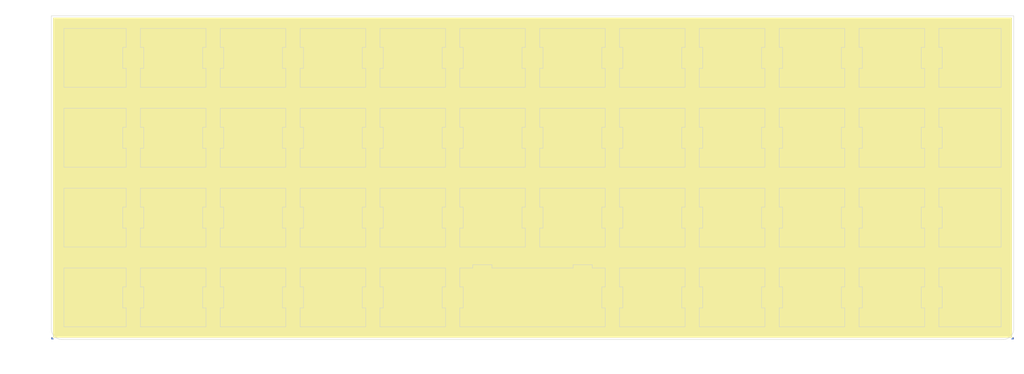
<source format=kicad_pcb>
(kicad_pcb (version 20171130) (host pcbnew "(5.0.1)-3")
  (layers (0 F.Cu signal) (31 B.Cu signal) (34 B.Paste user) (35 F.Paste user) (36 B.SilkS user) (37 F.SilkS user hide) (38 B.Mask user) (39 F.Mask user) (44 Edge.Cuts user))
  (net 0 "")
  (gr_poly (pts (xy 50 50) (xy 278 50) (xy 278 126) (xy 50 126)) (layer F.SilkS) (width 0.15))
  (gr_line (start 154.348 109.5) (end 173.652 109.5) (layer Edge.Cuts) (width 0.1))
  (gr_line (start 49.5 49.5) (end 278.5 49.5) (layer Edge.Cuts) (width 0.1))
  (gr_arc (start 52 124) (end 49.5 124) (angle -90) (layer Edge.Cuts) (width 0.1))
  (gr_line (start 49.5 49.5) (end 49.5 124) (layer Edge.Cuts) (width 0.1))
  (gr_line (start 278.5 49.5) (end 278.5 124) (layer Edge.Cuts) (width 0.1))
  (gr_line (start 149.776 108.7276) (end 154.348 108.7276) (layer Edge.Cuts) (width 0.1))
  (gr_line (start 146.7 123.5) (end 181.3 123.5) (layer Edge.Cuts) (width 0.1))
  (gr_arc (start 276 124) (end 276 126.5) (angle -90) (layer Edge.Cuts) (width 0.1))
  (gr_line (start 260.7 119) (end 260.7 123.5) (layer Edge.Cuts) (width 0.1))
  (gr_line (start 181.3 109.5) (end 178.224 109.5) (layer Edge.Cuts) (width 0.1))
  (gr_line (start 173.652 108.7276) (end 178.224 108.7276) (layer Edge.Cuts) (width 0.1))
  (gr_line (start 154.348 108.7276) (end 154.348 109.5) (layer Edge.Cuts) (width 0.1))
  (gr_line (start 173.652 109.5) (end 173.652 108.7276) (layer Edge.Cuts) (width 0.1))
  (gr_line (start 149.776 109.5) (end 149.776 108.7276) (layer Edge.Cuts) (width 0.1))
  (gr_line (start 276 126.5) (end 52 126.5) (layer Edge.Cuts) (width 0.1))
  (gr_line (start 178.224 108.7276) (end 178.224 109.5) (layer Edge.Cuts) (width 0.1))
  (gr_line (start 261.5 119) (end 260.7 119) (layer Edge.Cuts) (width 0.1))
  (gr_line (start 257.3 109.5) (end 241.7 109.5) (layer Edge.Cuts) (width 0.1))
  (gr_line (start 261.5 114) (end 260.7 114) (layer Edge.Cuts) (width 0.1))
  (gr_line (start 275.5 123.5) (end 275.5 109.5) (layer Edge.Cuts) (width 0.1))
  (gr_line (start 200.3 109.5) (end 200.3 114) (layer Edge.Cuts) (width 0.1))
  (gr_line (start 218.5 119) (end 218.5 114) (layer Edge.Cuts) (width 0.1))
  (gr_line (start 238.3 109.5) (end 222.7 109.5) (layer Edge.Cuts) (width 0.1))
  (gr_line (start 275.5 109.5) (end 260.7 109.5) (layer Edge.Cuts) (width 0.1))
  (gr_line (start 260.7 109.5) (end 260.7 114) (layer Edge.Cuts) (width 0.1))
  (gr_line (start 223.5 114) (end 222.7 114) (layer Edge.Cuts) (width 0.1))
  (gr_line (start 204.5 114) (end 203.7 114) (layer Edge.Cuts) (width 0.1))
  (gr_line (start 261.5 119) (end 261.5 114) (layer Edge.Cuts) (width 0.1))
  (gr_line (start 275.5 123.5) (end 260.7 123.5) (layer Edge.Cuts) (width 0.1))
  (gr_line (start 185.5 114) (end 184.7 114) (layer Edge.Cuts) (width 0.1))
  (gr_line (start 242.5 119) (end 241.7 119) (layer Edge.Cuts) (width 0.1))
  (gr_line (start 223.5 119) (end 222.7 119) (layer Edge.Cuts) (width 0.1))
  (gr_line (start 184.7 109.5) (end 184.7 114) (layer Edge.Cuts) (width 0.1))
  (gr_line (start 241.7 119) (end 241.7 123.5) (layer Edge.Cuts) (width 0.1))
  (gr_line (start 257.3 109.5) (end 257.3 114) (layer Edge.Cuts) (width 0.1))
  (gr_line (start 257.3 114) (end 256.5 114) (layer Edge.Cuts) (width 0.1))
  (gr_line (start 242.5 114) (end 241.7 114) (layer Edge.Cuts) (width 0.1))
  (gr_line (start 238.3 119) (end 238.3 123.5) (layer Edge.Cuts) (width 0.1))
  (gr_line (start 219.3 123.5) (end 203.7 123.5) (layer Edge.Cuts) (width 0.1))
  (gr_line (start 128.5 119) (end 127.7 119) (layer Edge.Cuts) (width 0.1))
  (gr_line (start 222.7 119) (end 222.7 123.5) (layer Edge.Cuts) (width 0.1))
  (gr_line (start 256.5 119) (end 256.5 114) (layer Edge.Cuts) (width 0.1))
  (gr_line (start 238.3 109.5) (end 238.3 114) (layer Edge.Cuts) (width 0.1))
  (gr_line (start 237.5 119) (end 237.5 114) (layer Edge.Cuts) (width 0.1))
  (gr_line (start 204.5 119) (end 203.7 119) (layer Edge.Cuts) (width 0.1))
  (gr_line (start 222.7 109.5) (end 222.7 114) (layer Edge.Cuts) (width 0.1))
  (gr_line (start 204.5 119) (end 204.5 114) (layer Edge.Cuts) (width 0.1))
  (gr_line (start 238.3 114) (end 237.5 114) (layer Edge.Cuts) (width 0.1))
  (gr_line (start 184.7 119) (end 184.7 123.5) (layer Edge.Cuts) (width 0.1))
  (gr_line (start 199.5 119) (end 199.5 114) (layer Edge.Cuts) (width 0.1))
  (gr_line (start 127.7 119) (end 127.7 123.5) (layer Edge.Cuts) (width 0.1))
  (gr_line (start 143.3 109.5) (end 143.3 114) (layer Edge.Cuts) (width 0.1))
  (gr_line (start 257.3 119) (end 256.5 119) (layer Edge.Cuts) (width 0.1))
  (gr_line (start 238.3 123.5) (end 222.7 123.5) (layer Edge.Cuts) (width 0.1))
  (gr_line (start 219.3 109.5) (end 219.3 114) (layer Edge.Cuts) (width 0.1))
  (gr_line (start 219.3 109.5) (end 203.7 109.5) (layer Edge.Cuts) (width 0.1))
  (gr_line (start 200.3 119) (end 199.5 119) (layer Edge.Cuts) (width 0.1))
  (gr_line (start 200.3 123.5) (end 184.7 123.5) (layer Edge.Cuts) (width 0.1))
  (gr_line (start 143.3 114) (end 142.5 114) (layer Edge.Cuts) (width 0.1))
  (gr_line (start 128.5 114) (end 127.7 114) (layer Edge.Cuts) (width 0.1))
  (gr_line (start 143.3 119) (end 142.5 119) (layer Edge.Cuts) (width 0.1))
  (gr_line (start 200.3 114) (end 199.5 114) (layer Edge.Cuts) (width 0.1))
  (gr_line (start 242.5 119) (end 242.5 114) (layer Edge.Cuts) (width 0.1))
  (gr_line (start 219.3 119) (end 219.3 123.5) (layer Edge.Cuts) (width 0.1))
  (gr_line (start 257.3 123.5) (end 241.7 123.5) (layer Edge.Cuts) (width 0.1))
  (gr_line (start 200.3 109.5) (end 184.7 109.5) (layer Edge.Cuts) (width 0.1))
  (gr_line (start 241.7 109.5) (end 241.7 114) (layer Edge.Cuts) (width 0.1))
  (gr_line (start 203.7 119) (end 203.7 123.5) (layer Edge.Cuts) (width 0.1))
  (gr_line (start 200.3 119) (end 200.3 123.5) (layer Edge.Cuts) (width 0.1))
  (gr_line (start 257.3 119) (end 257.3 123.5) (layer Edge.Cuts) (width 0.1))
  (gr_line (start 238.3 119) (end 237.5 119) (layer Edge.Cuts) (width 0.1))
  (gr_line (start 203.7 109.5) (end 203.7 114) (layer Edge.Cuts) (width 0.1))
  (gr_line (start 223.5 119) (end 223.5 114) (layer Edge.Cuts) (width 0.1))
  (gr_line (start 219.3 119) (end 218.5 119) (layer Edge.Cuts) (width 0.1))
  (gr_line (start 219.3 114) (end 218.5 114) (layer Edge.Cuts) (width 0.1))
  (gr_line (start 185.5 119) (end 184.7 119) (layer Edge.Cuts) (width 0.1))
  (gr_line (start 185.5 119) (end 185.5 114) (layer Edge.Cuts) (width 0.1))
  (gr_line (start 180.5 100) (end 180.5 95) (layer Edge.Cuts) (width 0.1))
  (gr_line (start 184.7 100) (end 184.7 104.5) (layer Edge.Cuts) (width 0.1))
  (gr_line (start 184.7 90.5) (end 184.7 95) (layer Edge.Cuts) (width 0.1))
  (gr_line (start 204.5 95) (end 203.7 95) (layer Edge.Cuts) (width 0.1))
  (gr_line (start 219.3 100) (end 218.5 100) (layer Edge.Cuts) (width 0.1))
  (gr_line (start 219.3 95) (end 218.5 95) (layer Edge.Cuts) (width 0.1))
  (gr_line (start 185.5 100) (end 184.7 100) (layer Edge.Cuts) (width 0.1))
  (gr_line (start 200.3 100) (end 200.3 104.5) (layer Edge.Cuts) (width 0.1))
  (gr_line (start 165.7 100) (end 165.7 104.5) (layer Edge.Cuts) (width 0.1))
  (gr_line (start 222.7 90.5) (end 222.7 95) (layer Edge.Cuts) (width 0.1))
  (gr_line (start 165.7 90.5) (end 165.7 95) (layer Edge.Cuts) (width 0.1))
  (gr_line (start 203.7 100) (end 203.7 104.5) (layer Edge.Cuts) (width 0.1))
  (gr_line (start 204.5 100) (end 204.5 95) (layer Edge.Cuts) (width 0.1))
  (gr_line (start 185.5 95) (end 184.7 95) (layer Edge.Cuts) (width 0.1))
  (gr_line (start 200.3 104.5) (end 184.7 104.5) (layer Edge.Cuts) (width 0.1))
  (gr_line (start 181.3 100) (end 181.3 104.5) (layer Edge.Cuts) (width 0.1))
  (gr_line (start 166.5 100) (end 166.5 95) (layer Edge.Cuts) (width 0.1))
  (gr_line (start 257.3 100) (end 257.3 104.5) (layer Edge.Cuts) (width 0.1))
  (gr_line (start 238.3 95) (end 237.5 95) (layer Edge.Cuts) (width 0.1))
  (gr_line (start 223.5 95) (end 222.7 95) (layer Edge.Cuts) (width 0.1))
  (gr_line (start 147.5 95) (end 146.7 95) (layer Edge.Cuts) (width 0.1))
  (gr_line (start 185.5 100) (end 185.5 95) (layer Edge.Cuts) (width 0.1))
  (gr_line (start 181.3 90.5) (end 181.3 95) (layer Edge.Cuts) (width 0.1))
  (gr_line (start 219.3 100) (end 219.3 104.5) (layer Edge.Cuts) (width 0.1))
  (gr_line (start 200.3 90.5) (end 200.3 95) (layer Edge.Cuts) (width 0.1))
  (gr_line (start 257.3 104.5) (end 241.7 104.5) (layer Edge.Cuts) (width 0.1))
  (gr_line (start 238.3 90.5) (end 238.3 95) (layer Edge.Cuts) (width 0.1))
  (gr_line (start 181.3 95) (end 180.5 95) (layer Edge.Cuts) (width 0.1))
  (gr_line (start 222.7 100) (end 222.7 104.5) (layer Edge.Cuts) (width 0.1))
  (gr_line (start 219.3 90.5) (end 219.3 95) (layer Edge.Cuts) (width 0.1))
  (gr_line (start 199.5 100) (end 199.5 95) (layer Edge.Cuts) (width 0.1))
  (gr_line (start 238.3 100) (end 237.5 100) (layer Edge.Cuts) (width 0.1))
  (gr_line (start 162.3 95) (end 161.5 95) (layer Edge.Cuts) (width 0.1))
  (gr_line (start 223.5 100) (end 222.7 100) (layer Edge.Cuts) (width 0.1))
  (gr_line (start 238.3 90.5) (end 222.7 90.5) (layer Edge.Cuts) (width 0.1))
  (gr_line (start 181.3 100) (end 180.5 100) (layer Edge.Cuts) (width 0.1))
  (gr_line (start 237.5 100) (end 237.5 95) (layer Edge.Cuts) (width 0.1))
  (gr_line (start 200.3 90.5) (end 184.7 90.5) (layer Edge.Cuts) (width 0.1))
  (gr_line (start 223.5 100) (end 223.5 95) (layer Edge.Cuts) (width 0.1))
  (gr_line (start 238.3 100) (end 238.3 104.5) (layer Edge.Cuts) (width 0.1))
  (gr_line (start 161.5 100) (end 161.5 95) (layer Edge.Cuts) (width 0.1))
  (gr_line (start 181.3 104.5) (end 165.7 104.5) (layer Edge.Cuts) (width 0.1))
  (gr_line (start 146.7 100) (end 146.7 104.5) (layer Edge.Cuts) (width 0.1))
  (gr_line (start 166.5 100) (end 165.7 100) (layer Edge.Cuts) (width 0.1))
  (gr_line (start 200.3 95) (end 199.5 95) (layer Edge.Cuts) (width 0.1))
  (gr_line (start 204.5 100) (end 203.7 100) (layer Edge.Cuts) (width 0.1))
  (gr_line (start 203.7 90.5) (end 203.7 95) (layer Edge.Cuts) (width 0.1))
  (gr_line (start 181.3 90.5) (end 165.7 90.5) (layer Edge.Cuts) (width 0.1))
  (gr_line (start 238.3 104.5) (end 222.7 104.5) (layer Edge.Cuts) (width 0.1))
  (gr_line (start 218.5 100) (end 218.5 95) (layer Edge.Cuts) (width 0.1))
  (gr_line (start 219.3 90.5) (end 203.7 90.5) (layer Edge.Cuts) (width 0.1))
  (gr_line (start 219.3 104.5) (end 203.7 104.5) (layer Edge.Cuts) (width 0.1))
  (gr_line (start 162.3 100) (end 161.5 100) (layer Edge.Cuts) (width 0.1))
  (gr_line (start 147.5 100) (end 146.7 100) (layer Edge.Cuts) (width 0.1))
  (gr_line (start 166.5 95) (end 165.7 95) (layer Edge.Cuts) (width 0.1))
  (gr_line (start 162.3 90.5) (end 162.3 95) (layer Edge.Cuts) (width 0.1))
  (gr_line (start 200.3 100) (end 199.5 100) (layer Edge.Cuts) (width 0.1))
  (gr_line (start 162.3 90.5) (end 146.7 90.5) (layer Edge.Cuts) (width 0.1))
  (gr_line (start 143.3 100) (end 142.5 100) (layer Edge.Cuts) (width 0.1))
  (gr_line (start 147.5 100) (end 147.5 95) (layer Edge.Cuts) (width 0.1))
  (gr_line (start 146.7 90.5) (end 146.7 95) (layer Edge.Cuts) (width 0.1))
  (gr_line (start 162.3 100) (end 162.3 104.5) (layer Edge.Cuts) (width 0.1))
  (gr_line (start 162.3 104.5) (end 146.7 104.5) (layer Edge.Cuts) (width 0.1))
  (gr_line (start 143.3 100) (end 143.3 104.5) (layer Edge.Cuts) (width 0.1))
  (gr_line (start 128.5 95) (end 127.7 95) (layer Edge.Cuts) (width 0.1))
  (gr_line (start 127.7 100) (end 127.7 104.5) (layer Edge.Cuts) (width 0.1))
  (gr_line (start 143.3 90.5) (end 143.3 95) (layer Edge.Cuts) (width 0.1))
  (gr_line (start 71.5 100) (end 71.5 95) (layer Edge.Cuts) (width 0.1))
  (gr_line (start 105.3 100) (end 104.5 100) (layer Edge.Cuts) (width 0.1))
  (gr_line (start 90.5 95) (end 89.7 95) (layer Edge.Cuts) (width 0.1))
  (gr_line (start 90.5 100) (end 90.5 95) (layer Edge.Cuts) (width 0.1))
  (gr_line (start 90.5 100) (end 89.7 100) (layer Edge.Cuts) (width 0.1))
  (gr_line (start 105.3 90.5) (end 89.7 90.5) (layer Edge.Cuts) (width 0.1))
  (gr_line (start 71.5 100) (end 70.7 100) (layer Edge.Cuts) (width 0.1))
  (gr_line (start 86.3 90.5) (end 70.7 90.5) (layer Edge.Cuts) (width 0.1))
  (gr_line (start 67.3 90.5) (end 67.3 95) (layer Edge.Cuts) (width 0.1))
  (gr_line (start 128.5 100) (end 127.7 100) (layer Edge.Cuts) (width 0.1))
  (gr_line (start 127.7 90.5) (end 127.7 95) (layer Edge.Cuts) (width 0.1))
  (gr_line (start 260.7 71.5) (end 260.7 76) (layer Edge.Cuts) (width 0.1))
  (gr_line (start 104.5 100) (end 104.5 95) (layer Edge.Cuts) (width 0.1))
  (gr_line (start 70.7 100) (end 70.7 104.5) (layer Edge.Cuts) (width 0.1))
  (gr_line (start 86.3 100) (end 85.5 100) (layer Edge.Cuts) (width 0.1))
  (gr_line (start 67.3 104.5) (end 52.5 104.5) (layer Edge.Cuts) (width 0.1))
  (gr_line (start 261.5 76) (end 260.7 76) (layer Edge.Cuts) (width 0.1))
  (gr_line (start 142.5 100) (end 142.5 95) (layer Edge.Cuts) (width 0.1))
  (gr_line (start 143.3 104.5) (end 127.7 104.5) (layer Edge.Cuts) (width 0.1))
  (gr_line (start 89.7 100) (end 89.7 104.5) (layer Edge.Cuts) (width 0.1))
  (gr_line (start 67.3 100) (end 67.3 104.5) (layer Edge.Cuts) (width 0.1))
  (gr_line (start 275.5 71.5) (end 260.7 71.5) (layer Edge.Cuts) (width 0.1))
  (gr_line (start 261.5 81) (end 261.5 76) (layer Edge.Cuts) (width 0.1))
  (gr_line (start 86.3 90.5) (end 86.3 95) (layer Edge.Cuts) (width 0.1))
  (gr_line (start 67.3 95) (end 66.5 95) (layer Edge.Cuts) (width 0.1))
  (gr_line (start 67.3 100) (end 66.5 100) (layer Edge.Cuts) (width 0.1))
  (gr_line (start 105.3 95) (end 104.5 95) (layer Edge.Cuts) (width 0.1))
  (gr_line (start 89.7 90.5) (end 89.7 95) (layer Edge.Cuts) (width 0.1))
  (gr_line (start 86.3 100) (end 86.3 104.5) (layer Edge.Cuts) (width 0.1))
  (gr_line (start 105.3 100) (end 105.3 104.5) (layer Edge.Cuts) (width 0.1))
  (gr_line (start 105.3 104.5) (end 89.7 104.5) (layer Edge.Cuts) (width 0.1))
  (gr_line (start 86.3 95) (end 85.5 95) (layer Edge.Cuts) (width 0.1))
  (gr_line (start 85.5 100) (end 85.5 95) (layer Edge.Cuts) (width 0.1))
  (gr_line (start 66.5 100) (end 66.5 95) (layer Edge.Cuts) (width 0.1))
  (gr_line (start 52.5 104.5) (end 52.5 90.5) (layer Edge.Cuts) (width 0.1))
  (gr_line (start 261.5 81) (end 260.7 81) (layer Edge.Cuts) (width 0.1))
  (gr_line (start 143.3 95) (end 142.5 95) (layer Edge.Cuts) (width 0.1))
  (gr_line (start 143.3 90.5) (end 127.7 90.5) (layer Edge.Cuts) (width 0.1))
  (gr_line (start 67.3 90.5) (end 52.5 90.5) (layer Edge.Cuts) (width 0.1))
  (gr_line (start 128.5 100) (end 128.5 95) (layer Edge.Cuts) (width 0.1))
  (gr_line (start 105.3 90.5) (end 105.3 95) (layer Edge.Cuts) (width 0.1))
  (gr_line (start 71.5 95) (end 70.7 95) (layer Edge.Cuts) (width 0.1))
  (gr_line (start 70.7 90.5) (end 70.7 95) (layer Edge.Cuts) (width 0.1))
  (gr_line (start 275.5 85.5) (end 275.5 71.5) (layer Edge.Cuts) (width 0.1))
  (gr_line (start 86.3 104.5) (end 70.7 104.5) (layer Edge.Cuts) (width 0.1))
  (gr_line (start 260.7 81) (end 260.7 85.5) (layer Edge.Cuts) (width 0.1))
  (gr_line (start 260.7 90.5) (end 260.7 95) (layer Edge.Cuts) (width 0.1))
  (gr_line (start 261.5 100) (end 260.7 100) (layer Edge.Cuts) (width 0.1))
  (gr_line (start 275.5 104.5) (end 275.5 90.5) (layer Edge.Cuts) (width 0.1))
  (gr_line (start 261.5 100) (end 261.5 95) (layer Edge.Cuts) (width 0.1))
  (gr_line (start 105.3 109.5) (end 89.7 109.5) (layer Edge.Cuts) (width 0.1))
  (gr_line (start 89.7 109.5) (end 89.7 114) (layer Edge.Cuts) (width 0.1))
  (gr_line (start 90.5 119) (end 89.7 119) (layer Edge.Cuts) (width 0.1))
  (gr_line (start 90.5 114) (end 89.7 114) (layer Edge.Cuts) (width 0.1))
  (gr_line (start 85.5 119) (end 85.5 114) (layer Edge.Cuts) (width 0.1))
  (gr_line (start 90.5 119) (end 90.5 114) (layer Edge.Cuts) (width 0.1))
  (gr_line (start 105.3 119) (end 105.3 123.5) (layer Edge.Cuts) (width 0.1))
  (gr_line (start 71.5 114) (end 70.7 114) (layer Edge.Cuts) (width 0.1))
  (gr_line (start 52.5 123.5) (end 52.5 109.5) (layer Edge.Cuts) (width 0.1))
  (gr_line (start 241.7 100) (end 241.7 104.5) (layer Edge.Cuts) (width 0.1))
  (gr_line (start 257.3 100) (end 256.5 100) (layer Edge.Cuts) (width 0.1))
  (gr_line (start 242.5 95) (end 241.7 95) (layer Edge.Cuts) (width 0.1))
  (gr_line (start 142.5 119) (end 142.5 114) (layer Edge.Cuts) (width 0.1))
  (gr_line (start 105.3 109.5) (end 105.3 114) (layer Edge.Cuts) (width 0.1))
  (gr_line (start 86.3 114) (end 85.5 114) (layer Edge.Cuts) (width 0.1))
  (gr_line (start 70.7 119) (end 70.7 123.5) (layer Edge.Cuts) (width 0.1))
  (gr_line (start 71.5 119) (end 70.7 119) (layer Edge.Cuts) (width 0.1))
  (gr_line (start 86.3 109.5) (end 70.7 109.5) (layer Edge.Cuts) (width 0.1))
  (gr_line (start 86.3 119) (end 86.3 123.5) (layer Edge.Cuts) (width 0.1))
  (gr_line (start 86.3 123.5) (end 70.7 123.5) (layer Edge.Cuts) (width 0.1))
  (gr_line (start 242.5 100) (end 241.7 100) (layer Edge.Cuts) (width 0.1))
  (gr_line (start 241.7 90.5) (end 241.7 95) (layer Edge.Cuts) (width 0.1))
  (gr_line (start 67.3 114) (end 66.5 114) (layer Edge.Cuts) (width 0.1))
  (gr_line (start 67.3 109.5) (end 67.3 114) (layer Edge.Cuts) (width 0.1))
  (gr_line (start 67.3 119) (end 66.5 119) (layer Edge.Cuts) (width 0.1))
  (gr_line (start 66.5 119) (end 66.5 114) (layer Edge.Cuts) (width 0.1))
  (gr_line (start 105.3 123.5) (end 89.7 123.5) (layer Edge.Cuts) (width 0.1))
  (gr_line (start 71.5 119) (end 71.5 114) (layer Edge.Cuts) (width 0.1))
  (gr_line (start 86.3 109.5) (end 86.3 114) (layer Edge.Cuts) (width 0.1))
  (gr_line (start 67.3 119) (end 67.3 123.5) (layer Edge.Cuts) (width 0.1))
  (gr_line (start 257.3 90.5) (end 257.3 95) (layer Edge.Cuts) (width 0.1))
  (gr_line (start 256.5 100) (end 256.5 95) (layer Edge.Cuts) (width 0.1))
  (gr_line (start 67.3 123.5) (end 52.5 123.5) (layer Edge.Cuts) (width 0.1))
  (gr_line (start 128.5 119) (end 128.5 114) (layer Edge.Cuts) (width 0.1))
  (gr_line (start 70.7 109.5) (end 70.7 114) (layer Edge.Cuts) (width 0.1))
  (gr_line (start 143.3 109.5) (end 127.7 109.5) (layer Edge.Cuts) (width 0.1))
  (gr_line (start 127.7 109.5) (end 127.7 114) (layer Edge.Cuts) (width 0.1))
  (gr_line (start 86.3 119) (end 85.5 119) (layer Edge.Cuts) (width 0.1))
  (gr_line (start 275.5 104.5) (end 260.7 104.5) (layer Edge.Cuts) (width 0.1))
  (gr_line (start 67.3 109.5) (end 52.5 109.5) (layer Edge.Cuts) (width 0.1))
  (gr_line (start 143.3 119) (end 143.3 123.5) (layer Edge.Cuts) (width 0.1))
  (gr_line (start 242.5 100) (end 242.5 95) (layer Edge.Cuts) (width 0.1))
  (gr_line (start 143.3 123.5) (end 127.7 123.5) (layer Edge.Cuts) (width 0.1))
  (gr_line (start 104.5 119) (end 104.5 114) (layer Edge.Cuts) (width 0.1))
  (gr_line (start 257.3 90.5) (end 241.7 90.5) (layer Edge.Cuts) (width 0.1))
  (gr_line (start 89.7 119) (end 89.7 123.5) (layer Edge.Cuts) (width 0.1))
  (gr_line (start 105.3 114) (end 104.5 114) (layer Edge.Cuts) (width 0.1))
  (gr_line (start 260.7 100) (end 260.7 104.5) (layer Edge.Cuts) (width 0.1))
  (gr_line (start 261.5 95) (end 260.7 95) (layer Edge.Cuts) (width 0.1))
  (gr_line (start 275.5 90.5) (end 260.7 90.5) (layer Edge.Cuts) (width 0.1))
  (gr_line (start 105.3 119) (end 104.5 119) (layer Edge.Cuts) (width 0.1))
  (gr_line (start 257.3 95) (end 256.5 95) (layer Edge.Cuts) (width 0.1))
  (gr_line (start 257.3 52.5) (end 241.7 52.5) (layer Edge.Cuts) (width 0.1))
  (gr_line (start 67.3 52.5) (end 67.3 57) (layer Edge.Cuts) (width 0.1))
  (gr_line (start 66.5 62) (end 66.5 57) (layer Edge.Cuts) (width 0.1))
  (gr_line (start 241.7 52.5) (end 241.7 57) (layer Edge.Cuts) (width 0.1))
  (gr_line (start 67.3 66.5) (end 52.5 66.5) (layer Edge.Cuts) (width 0.1))
  (gr_line (start 124.3 71.5) (end 108.7 71.5) (layer Edge.Cuts) (width 0.1))
  (gr_line (start 67.3 62) (end 66.5 62) (layer Edge.Cuts) (width 0.1))
  (gr_line (start 180.5 81) (end 180.5 76) (layer Edge.Cuts) (width 0.1))
  (gr_line (start 109.5 81) (end 108.7 81) (layer Edge.Cuts) (width 0.1))
  (gr_line (start 181.3 81) (end 181.3 85.5) (layer Edge.Cuts) (width 0.1))
  (gr_line (start 181.3 76) (end 180.5 76) (layer Edge.Cuts) (width 0.1))
  (gr_line (start 181.3 81) (end 180.5 81) (layer Edge.Cuts) (width 0.1))
  (gr_line (start 257.3 57) (end 256.5 57) (layer Edge.Cuts) (width 0.1))
  (gr_line (start 109.5 81) (end 109.5 76) (layer Edge.Cuts) (width 0.1))
  (gr_line (start 124.3 71.5) (end 124.3 76) (layer Edge.Cuts) (width 0.1))
  (gr_line (start 124.3 85.5) (end 108.7 85.5) (layer Edge.Cuts) (width 0.1))
  (gr_line (start 257.3 62) (end 257.3 66.5) (layer Edge.Cuts) (width 0.1))
  (gr_line (start 67.3 52.5) (end 52.5 52.5) (layer Edge.Cuts) (width 0.1))
  (gr_line (start 166.5 81) (end 165.7 81) (layer Edge.Cuts) (width 0.1))
  (gr_line (start 166.5 81) (end 166.5 76) (layer Edge.Cuts) (width 0.1))
  (gr_line (start 123.5 81) (end 123.5 76) (layer Edge.Cuts) (width 0.1))
  (gr_line (start 124.3 81) (end 124.3 85.5) (layer Edge.Cuts) (width 0.1))
  (gr_line (start 181.3 71.5) (end 165.7 71.5) (layer Edge.Cuts) (width 0.1))
  (gr_line (start 166.5 76) (end 165.7 76) (layer Edge.Cuts) (width 0.1))
  (gr_line (start 67.3 62) (end 67.3 66.5) (layer Edge.Cuts) (width 0.1))
  (gr_line (start 181.3 85.5) (end 165.7 85.5) (layer Edge.Cuts) (width 0.1))
  (gr_line (start 165.7 71.5) (end 165.7 76) (layer Edge.Cuts) (width 0.1))
  (gr_line (start 242.5 62) (end 241.7 62) (layer Edge.Cuts) (width 0.1))
  (gr_line (start 257.3 66.5) (end 241.7 66.5) (layer Edge.Cuts) (width 0.1))
  (gr_line (start 108.7 81) (end 108.7 85.5) (layer Edge.Cuts) (width 0.1))
  (gr_line (start 109.5 76) (end 108.7 76) (layer Edge.Cuts) (width 0.1))
  (gr_line (start 108.7 71.5) (end 108.7 76) (layer Edge.Cuts) (width 0.1))
  (gr_line (start 67.3 57) (end 66.5 57) (layer Edge.Cuts) (width 0.1))
  (gr_line (start 52.5 66.5) (end 52.5 52.5) (layer Edge.Cuts) (width 0.1))
  (gr_line (start 242.5 62) (end 242.5 57) (layer Edge.Cuts) (width 0.1))
  (gr_line (start 241.7 62) (end 241.7 66.5) (layer Edge.Cuts) (width 0.1))
  (gr_line (start 257.3 52.5) (end 257.3 57) (layer Edge.Cuts) (width 0.1))
  (gr_line (start 257.3 62) (end 256.5 62) (layer Edge.Cuts) (width 0.1))
  (gr_line (start 256.5 62) (end 256.5 57) (layer Edge.Cuts) (width 0.1))
  (gr_line (start 124.3 76) (end 123.5 76) (layer Edge.Cuts) (width 0.1))
  (gr_line (start 124.3 81) (end 123.5 81) (layer Edge.Cuts) (width 0.1))
  (gr_line (start 242.5 57) (end 241.7 57) (layer Edge.Cuts) (width 0.1))
  (gr_line (start 200.3 57) (end 199.5 57) (layer Edge.Cuts) (width 0.1))
  (gr_line (start 123.5 119) (end 123.5 114) (layer Edge.Cuts) (width 0.1))
  (gr_line (start 181.3 57) (end 180.5 57) (layer Edge.Cuts) (width 0.1))
  (gr_line (start 181.3 52.5) (end 165.7 52.5) (layer Edge.Cuts) (width 0.1))
  (gr_line (start 166.5 62) (end 166.5 57) (layer Edge.Cuts) (width 0.1))
  (gr_line (start 200.3 62) (end 199.5 62) (layer Edge.Cuts) (width 0.1))
  (gr_line (start 185.5 62) (end 185.5 57) (layer Edge.Cuts) (width 0.1))
  (gr_line (start 165.7 81) (end 165.7 85.5) (layer Edge.Cuts) (width 0.1))
  (gr_line (start 109.5 119) (end 108.7 119) (layer Edge.Cuts) (width 0.1))
  (gr_line (start 109.5 114) (end 108.7 114) (layer Edge.Cuts) (width 0.1))
  (gr_line (start 124.3 119) (end 124.3 123.5) (layer Edge.Cuts) (width 0.1))
  (gr_line (start 204.5 62) (end 203.7 62) (layer Edge.Cuts) (width 0.1))
  (gr_line (start 203.7 52.5) (end 203.7 57) (layer Edge.Cuts) (width 0.1))
  (gr_line (start 185.5 57) (end 184.7 57) (layer Edge.Cuts) (width 0.1))
  (gr_line (start 166.5 57) (end 165.7 57) (layer Edge.Cuts) (width 0.1))
  (gr_line (start 200.3 52.5) (end 200.3 57) (layer Edge.Cuts) (width 0.1))
  (gr_line (start 109.5 119) (end 109.5 114) (layer Edge.Cuts) (width 0.1))
  (gr_line (start 108.7 109.5) (end 108.7 114) (layer Edge.Cuts) (width 0.1))
  (gr_line (start 219.3 57) (end 218.5 57) (layer Edge.Cuts) (width 0.1))
  (gr_line (start 219.3 66.5) (end 203.7 66.5) (layer Edge.Cuts) (width 0.1))
  (gr_line (start 199.5 62) (end 199.5 57) (layer Edge.Cuts) (width 0.1))
  (gr_line (start 185.5 62) (end 184.7 62) (layer Edge.Cuts) (width 0.1))
  (gr_line (start 218.5 62) (end 218.5 57) (layer Edge.Cuts) (width 0.1))
  (gr_line (start 219.3 52.5) (end 219.3 57) (layer Edge.Cuts) (width 0.1))
  (gr_line (start 219.3 62) (end 219.3 66.5) (layer Edge.Cuts) (width 0.1))
  (gr_line (start 124.3 109.5) (end 108.7 109.5) (layer Edge.Cuts) (width 0.1))
  (gr_line (start 124.3 123.5) (end 108.7 123.5) (layer Edge.Cuts) (width 0.1))
  (gr_line (start 181.3 62) (end 181.3 66.5) (layer Edge.Cuts) (width 0.1))
  (gr_line (start 203.7 62) (end 203.7 66.5) (layer Edge.Cuts) (width 0.1))
  (gr_line (start 181.3 52.5) (end 181.3 57) (layer Edge.Cuts) (width 0.1))
  (gr_line (start 181.3 62) (end 180.5 62) (layer Edge.Cuts) (width 0.1))
  (gr_line (start 166.5 62) (end 165.7 62) (layer Edge.Cuts) (width 0.1))
  (gr_line (start 180.5 62) (end 180.5 57) (layer Edge.Cuts) (width 0.1))
  (gr_line (start 165.7 52.5) (end 165.7 57) (layer Edge.Cuts) (width 0.1))
  (gr_line (start 184.7 52.5) (end 184.7 57) (layer Edge.Cuts) (width 0.1))
  (gr_line (start 200.3 66.5) (end 184.7 66.5) (layer Edge.Cuts) (width 0.1))
  (gr_line (start 200.3 62) (end 200.3 66.5) (layer Edge.Cuts) (width 0.1))
  (gr_line (start 184.7 62) (end 184.7 66.5) (layer Edge.Cuts) (width 0.1))
  (gr_line (start 165.7 62) (end 165.7 66.5) (layer Edge.Cuts) (width 0.1))
  (gr_line (start 181.3 66.5) (end 165.7 66.5) (layer Edge.Cuts) (width 0.1))
  (gr_line (start 219.3 62) (end 218.5 62) (layer Edge.Cuts) (width 0.1))
  (gr_line (start 204.5 57) (end 203.7 57) (layer Edge.Cuts) (width 0.1))
  (gr_line (start 219.3 52.5) (end 203.7 52.5) (layer Edge.Cuts) (width 0.1))
  (gr_line (start 204.5 62) (end 204.5 57) (layer Edge.Cuts) (width 0.1))
  (gr_line (start 200.3 52.5) (end 184.7 52.5) (layer Edge.Cuts) (width 0.1))
  (gr_line (start 181.3 71.5) (end 181.3 76) (layer Edge.Cuts) (width 0.1))
  (gr_line (start 70.7 62) (end 70.7 66.5) (layer Edge.Cuts) (width 0.1))
  (gr_line (start 109.5 62) (end 108.7 62) (layer Edge.Cuts) (width 0.1))
  (gr_line (start 86.3 52.5) (end 86.3 57) (layer Edge.Cuts) (width 0.1))
  (gr_line (start 86.3 57) (end 85.5 57) (layer Edge.Cuts) (width 0.1))
  (gr_line (start 86.3 62) (end 85.5 62) (layer Edge.Cuts) (width 0.1))
  (gr_line (start 86.3 66.5) (end 70.7 66.5) (layer Edge.Cuts) (width 0.1))
  (gr_line (start 108.7 62) (end 108.7 66.5) (layer Edge.Cuts) (width 0.1))
  (gr_line (start 124.3 62) (end 123.5 62) (layer Edge.Cuts) (width 0.1))
  (gr_line (start 124.3 52.5) (end 108.7 52.5) (layer Edge.Cuts) (width 0.1))
  (gr_line (start 124.3 62) (end 124.3 66.5) (layer Edge.Cuts) (width 0.1))
  (gr_line (start 86.3 62) (end 86.3 66.5) (layer Edge.Cuts) (width 0.1))
  (gr_line (start 147.5 114) (end 147.5 119) (layer Edge.Cuts) (width 0.1))
  (gr_line (start 71.5 62) (end 70.7 62) (layer Edge.Cuts) (width 0.1))
  (gr_line (start 108.7 52.5) (end 108.7 57) (layer Edge.Cuts) (width 0.1))
  (gr_line (start 124.3 57) (end 123.5 57) (layer Edge.Cuts) (width 0.1))
  (gr_line (start 146.7 119) (end 147.5 119) (layer Edge.Cuts) (width 0.1))
  (gr_line (start 85.5 62) (end 85.5 57) (layer Edge.Cuts) (width 0.1))
  (gr_line (start 71.5 57) (end 70.7 57) (layer Edge.Cuts) (width 0.1))
  (gr_line (start 86.3 52.5) (end 70.7 52.5) (layer Edge.Cuts) (width 0.1))
  (gr_line (start 124.3 52.5) (end 124.3 57) (layer Edge.Cuts) (width 0.1))
  (gr_line (start 109.5 57) (end 108.7 57) (layer Edge.Cuts) (width 0.1))
  (gr_line (start 146.7 114) (end 147.5 114) (layer Edge.Cuts) (width 0.1))
  (gr_line (start 71.5 62) (end 71.5 57) (layer Edge.Cuts) (width 0.1))
  (gr_line (start 70.7 52.5) (end 70.7 57) (layer Edge.Cuts) (width 0.1))
  (gr_line (start 123.5 62) (end 123.5 57) (layer Edge.Cuts) (width 0.1))
  (gr_line (start 146.7 123.5) (end 146.7 119) (layer Edge.Cuts) (width 0.1))
  (gr_line (start 109.5 62) (end 109.5 57) (layer Edge.Cuts) (width 0.1))
  (gr_line (start 124.3 66.5) (end 108.7 66.5) (layer Edge.Cuts) (width 0.1))
  (gr_line (start 146.7 114) (end 146.7 109.5) (layer Edge.Cuts) (width 0.1))
  (gr_line (start 146.7 109.5) (end 149.776 109.5) (layer Edge.Cuts) (width 0.1))
  (gr_line (start 181.3 109.5) (end 181.3 114) (layer Edge.Cuts) (width 0.1))
  (gr_line (start 181.3 119) (end 180.5 119) (layer Edge.Cuts) (width 0.1))
  (gr_line (start 180.5 119) (end 180.5 114) (layer Edge.Cuts) (width 0.1))
  (gr_line (start 181.3 119) (end 181.3 123.5) (layer Edge.Cuts) (width 0.1))
  (gr_line (start 181.3 114) (end 180.5 114) (layer Edge.Cuts) (width 0.1))
  (gr_line (start 257.3 76) (end 256.5 76) (layer Edge.Cuts) (width 0.1))
  (gr_line (start 242.5 76) (end 241.7 76) (layer Edge.Cuts) (width 0.1))
  (gr_line (start 200.3 71.5) (end 184.7 71.5) (layer Edge.Cuts) (width 0.1))
  (gr_line (start 200.3 81) (end 200.3 85.5) (layer Edge.Cuts) (width 0.1))
  (gr_line (start 162.3 76) (end 161.5 76) (layer Edge.Cuts) (width 0.1))
  (gr_line (start 237.5 81) (end 237.5 76) (layer Edge.Cuts) (width 0.1))
  (gr_line (start 200.3 81) (end 199.5 81) (layer Edge.Cuts) (width 0.1))
  (gr_line (start 242.5 81) (end 241.7 81) (layer Edge.Cuts) (width 0.1))
  (gr_line (start 256.5 81) (end 256.5 76) (layer Edge.Cuts) (width 0.1))
  (gr_line (start 223.5 81) (end 223.5 76) (layer Edge.Cuts) (width 0.1))
  (gr_line (start 222.7 71.5) (end 222.7 76) (layer Edge.Cuts) (width 0.1))
  (gr_line (start 219.3 76) (end 218.5 76) (layer Edge.Cuts) (width 0.1))
  (gr_line (start 204.5 81) (end 203.7 81) (layer Edge.Cuts) (width 0.1))
  (gr_line (start 162.3 71.5) (end 162.3 76) (layer Edge.Cuts) (width 0.1))
  (gr_line (start 147.5 81) (end 146.7 81) (layer Edge.Cuts) (width 0.1))
  (gr_line (start 257.3 81) (end 257.3 85.5) (layer Edge.Cuts) (width 0.1))
  (gr_line (start 238.3 81) (end 238.3 85.5) (layer Edge.Cuts) (width 0.1))
  (gr_line (start 238.3 71.5) (end 238.3 76) (layer Edge.Cuts) (width 0.1))
  (gr_line (start 223.5 76) (end 222.7 76) (layer Edge.Cuts) (width 0.1))
  (gr_line (start 204.5 76) (end 203.7 76) (layer Edge.Cuts) (width 0.1))
  (gr_line (start 185.5 76) (end 184.7 76) (layer Edge.Cuts) (width 0.1))
  (gr_line (start 161.5 81) (end 161.5 76) (layer Edge.Cuts) (width 0.1))
  (gr_line (start 238.3 71.5) (end 222.7 71.5) (layer Edge.Cuts) (width 0.1))
  (gr_line (start 162.3 71.5) (end 146.7 71.5) (layer Edge.Cuts) (width 0.1))
  (gr_line (start 238.3 85.5) (end 222.7 85.5) (layer Edge.Cuts) (width 0.1))
  (gr_line (start 147.5 76) (end 146.7 76) (layer Edge.Cuts) (width 0.1))
  (gr_line (start 200.3 76) (end 199.5 76) (layer Edge.Cuts) (width 0.1))
  (gr_line (start 185.5 81) (end 185.5 76) (layer Edge.Cuts) (width 0.1))
  (gr_line (start 219.3 81) (end 219.3 85.5) (layer Edge.Cuts) (width 0.1))
  (gr_line (start 275.5 85.5) (end 260.7 85.5) (layer Edge.Cuts) (width 0.1))
  (gr_line (start 241.7 81) (end 241.7 85.5) (layer Edge.Cuts) (width 0.1))
  (gr_line (start 257.3 71.5) (end 257.3 76) (layer Edge.Cuts) (width 0.1))
  (gr_line (start 257.3 81) (end 256.5 81) (layer Edge.Cuts) (width 0.1))
  (gr_line (start 200.3 85.5) (end 184.7 85.5) (layer Edge.Cuts) (width 0.1))
  (gr_line (start 257.3 71.5) (end 241.7 71.5) (layer Edge.Cuts) (width 0.1))
  (gr_line (start 241.7 71.5) (end 241.7 76) (layer Edge.Cuts) (width 0.1))
  (gr_line (start 242.5 81) (end 242.5 76) (layer Edge.Cuts) (width 0.1))
  (gr_line (start 203.7 71.5) (end 203.7 76) (layer Edge.Cuts) (width 0.1))
  (gr_line (start 238.3 81) (end 237.5 81) (layer Edge.Cuts) (width 0.1))
  (gr_line (start 223.5 81) (end 222.7 81) (layer Edge.Cuts) (width 0.1))
  (gr_line (start 203.7 81) (end 203.7 85.5) (layer Edge.Cuts) (width 0.1))
  (gr_line (start 204.5 81) (end 204.5 76) (layer Edge.Cuts) (width 0.1))
  (gr_line (start 219.3 85.5) (end 203.7 85.5) (layer Edge.Cuts) (width 0.1))
  (gr_line (start 184.7 81) (end 184.7 85.5) (layer Edge.Cuts) (width 0.1))
  (gr_line (start 257.3 85.5) (end 241.7 85.5) (layer Edge.Cuts) (width 0.1))
  (gr_line (start 222.7 81) (end 222.7 85.5) (layer Edge.Cuts) (width 0.1))
  (gr_line (start 146.7 81) (end 146.7 85.5) (layer Edge.Cuts) (width 0.1))
  (gr_line (start 219.3 71.5) (end 219.3 76) (layer Edge.Cuts) (width 0.1))
  (gr_line (start 219.3 81) (end 218.5 81) (layer Edge.Cuts) (width 0.1))
  (gr_line (start 219.3 71.5) (end 203.7 71.5) (layer Edge.Cuts) (width 0.1))
  (gr_line (start 199.5 81) (end 199.5 76) (layer Edge.Cuts) (width 0.1))
  (gr_line (start 200.3 71.5) (end 200.3 76) (layer Edge.Cuts) (width 0.1))
  (gr_line (start 162.3 81) (end 161.5 81) (layer Edge.Cuts) (width 0.1))
  (gr_line (start 218.5 81) (end 218.5 76) (layer Edge.Cuts) (width 0.1))
  (gr_line (start 238.3 76) (end 237.5 76) (layer Edge.Cuts) (width 0.1))
  (gr_line (start 185.5 81) (end 184.7 81) (layer Edge.Cuts) (width 0.1))
  (gr_line (start 184.7 71.5) (end 184.7 76) (layer Edge.Cuts) (width 0.1))
  (gr_line (start 86.3 71.5) (end 70.7 71.5) (layer Edge.Cuts) (width 0.1))
  (gr_line (start 89.7 81) (end 89.7 85.5) (layer Edge.Cuts) (width 0.1))
  (gr_line (start 105.3 81) (end 104.5 81) (layer Edge.Cuts) (width 0.1))
  (gr_line (start 90.5 81) (end 89.7 81) (layer Edge.Cuts) (width 0.1))
  (gr_line (start 90.5 81) (end 90.5 76) (layer Edge.Cuts) (width 0.1))
  (gr_line (start 67.3 71.5) (end 67.3 76) (layer Edge.Cuts) (width 0.1))
  (gr_line (start 90.5 76) (end 89.7 76) (layer Edge.Cuts) (width 0.1))
  (gr_line (start 67.3 85.5) (end 52.5 85.5) (layer Edge.Cuts) (width 0.1))
  (gr_line (start 71.5 81) (end 70.7 81) (layer Edge.Cuts) (width 0.1))
  (gr_line (start 67.3 76) (end 66.5 76) (layer Edge.Cuts) (width 0.1))
  (gr_line (start 260.7 52.5) (end 260.7 57) (layer Edge.Cuts) (width 0.1))
  (gr_line (start 86.3 71.5) (end 86.3 76) (layer Edge.Cuts) (width 0.1))
  (gr_line (start 85.5 81) (end 85.5 76) (layer Edge.Cuts) (width 0.1))
  (gr_line (start 86.3 81) (end 86.3 85.5) (layer Edge.Cuts) (width 0.1))
  (gr_line (start 261.5 57) (end 260.7 57) (layer Edge.Cuts) (width 0.1))
  (gr_line (start 105.3 85.5) (end 89.7 85.5) (layer Edge.Cuts) (width 0.1))
  (gr_line (start 105.3 76) (end 104.5 76) (layer Edge.Cuts) (width 0.1))
  (gr_line (start 86.3 76) (end 85.5 76) (layer Edge.Cuts) (width 0.1))
  (gr_line (start 260.7 62) (end 260.7 66.5) (layer Edge.Cuts) (width 0.1))
  (gr_line (start 70.7 71.5) (end 70.7 76) (layer Edge.Cuts) (width 0.1))
  (gr_line (start 86.3 85.5) (end 70.7 85.5) (layer Edge.Cuts) (width 0.1))
  (gr_line (start 261.5 62) (end 261.5 57) (layer Edge.Cuts) (width 0.1))
  (gr_line (start 67.3 71.5) (end 52.5 71.5) (layer Edge.Cuts) (width 0.1))
  (gr_line (start 275.5 52.5) (end 260.7 52.5) (layer Edge.Cuts) (width 0.1))
  (gr_line (start 105.3 71.5) (end 105.3 76) (layer Edge.Cuts) (width 0.1))
  (gr_line (start 70.7 81) (end 70.7 85.5) (layer Edge.Cuts) (width 0.1))
  (gr_line (start 147.5 81) (end 147.5 76) (layer Edge.Cuts) (width 0.1))
  (gr_line (start 146.7 71.5) (end 146.7 76) (layer Edge.Cuts) (width 0.1))
  (gr_line (start 143.3 71.5) (end 127.7 71.5) (layer Edge.Cuts) (width 0.1))
  (gr_line (start 162.3 81) (end 162.3 85.5) (layer Edge.Cuts) (width 0.1))
  (gr_line (start 162.3 85.5) (end 146.7 85.5) (layer Edge.Cuts) (width 0.1))
  (gr_line (start 143.3 81) (end 142.5 81) (layer Edge.Cuts) (width 0.1))
  (gr_line (start 67.3 81) (end 66.5 81) (layer Edge.Cuts) (width 0.1))
  (gr_line (start 105.3 81) (end 105.3 85.5) (layer Edge.Cuts) (width 0.1))
  (gr_line (start 127.7 81) (end 127.7 85.5) (layer Edge.Cuts) (width 0.1))
  (gr_line (start 143.3 71.5) (end 143.3 76) (layer Edge.Cuts) (width 0.1))
  (gr_line (start 128.5 81) (end 127.7 81) (layer Edge.Cuts) (width 0.1))
  (gr_line (start 128.5 81) (end 128.5 76) (layer Edge.Cuts) (width 0.1))
  (gr_line (start 261.5 62) (end 260.7 62) (layer Edge.Cuts) (width 0.1))
  (gr_line (start 86.3 81) (end 85.5 81) (layer Edge.Cuts) (width 0.1))
  (gr_line (start 71.5 81) (end 71.5 76) (layer Edge.Cuts) (width 0.1))
  (gr_line (start 66.5 81) (end 66.5 76) (layer Edge.Cuts) (width 0.1))
  (gr_line (start 143.3 76) (end 142.5 76) (layer Edge.Cuts) (width 0.1))
  (gr_line (start 67.3 81) (end 67.3 85.5) (layer Edge.Cuts) (width 0.1))
  (gr_line (start 143.3 81) (end 143.3 85.5) (layer Edge.Cuts) (width 0.1))
  (gr_line (start 275.5 66.5) (end 260.7 66.5) (layer Edge.Cuts) (width 0.1))
  (gr_line (start 143.3 85.5) (end 127.7 85.5) (layer Edge.Cuts) (width 0.1))
  (gr_line (start 105.3 71.5) (end 89.7 71.5) (layer Edge.Cuts) (width 0.1))
  (gr_line (start 128.5 76) (end 127.7 76) (layer Edge.Cuts) (width 0.1))
  (gr_line (start 52.5 85.5) (end 52.5 71.5) (layer Edge.Cuts) (width 0.1))
  (gr_line (start 275.5 66.5) (end 275.5 52.5) (layer Edge.Cuts) (width 0.1))
  (gr_line (start 142.5 81) (end 142.5 76) (layer Edge.Cuts) (width 0.1))
  (gr_line (start 127.7 71.5) (end 127.7 76) (layer Edge.Cuts) (width 0.1))
  (gr_line (start 104.5 81) (end 104.5 76) (layer Edge.Cuts) (width 0.1))
  (gr_line (start 89.7 71.5) (end 89.7 76) (layer Edge.Cuts) (width 0.1))
  (gr_line (start 71.5 76) (end 70.7 76) (layer Edge.Cuts) (width 0.1))
  (gr_line (start 147.5 57) (end 146.7 57) (layer Edge.Cuts) (width 0.1))
  (gr_line (start 143.3 57) (end 142.5 57) (layer Edge.Cuts) (width 0.1))
  (gr_line (start 143.3 52.5) (end 127.7 52.5) (layer Edge.Cuts) (width 0.1))
  (gr_line (start 109.5 100) (end 109.5 95) (layer Edge.Cuts) (width 0.1))
  (gr_line (start 127.7 52.5) (end 127.7 57) (layer Edge.Cuts) (width 0.1))
  (gr_line (start 124.3 114) (end 123.5 114) (layer Edge.Cuts) (width 0.1))
  (gr_line (start 105.3 52.5) (end 105.3 57) (layer Edge.Cuts) (width 0.1))
  (gr_line (start 162.3 52.5) (end 146.7 52.5) (layer Edge.Cuts) (width 0.1))
  (gr_line (start 147.5 62) (end 147.5 57) (layer Edge.Cuts) (width 0.1))
  (gr_line (start 105.3 62) (end 105.3 66.5) (layer Edge.Cuts) (width 0.1))
  (gr_line (start 124.3 90.5) (end 124.3 95) (layer Edge.Cuts) (width 0.1))
  (gr_line (start 89.7 62) (end 89.7 66.5) (layer Edge.Cuts) (width 0.1))
  (gr_line (start 105.3 57) (end 104.5 57) (layer Edge.Cuts) (width 0.1))
  (gr_line (start 105.3 66.5) (end 89.7 66.5) (layer Edge.Cuts) (width 0.1))
  (gr_line (start 108.7 100) (end 108.7 104.5) (layer Edge.Cuts) (width 0.1))
  (gr_line (start 90.5 57) (end 89.7 57) (layer Edge.Cuts) (width 0.1))
  (gr_line (start 109.5 95) (end 108.7 95) (layer Edge.Cuts) (width 0.1))
  (gr_line (start 108.7 119) (end 108.7 123.5) (layer Edge.Cuts) (width 0.1))
  (gr_line (start 89.7 52.5) (end 89.7 57) (layer Edge.Cuts) (width 0.1))
  (gr_line (start 124.3 104.5) (end 108.7 104.5) (layer Edge.Cuts) (width 0.1))
  (gr_line (start 105.3 52.5) (end 89.7 52.5) (layer Edge.Cuts) (width 0.1))
  (gr_line (start 127.7 62) (end 127.7 66.5) (layer Edge.Cuts) (width 0.1))
  (gr_line (start 223.5 62) (end 223.5 57) (layer Edge.Cuts) (width 0.1))
  (gr_line (start 90.5 62) (end 90.5 57) (layer Edge.Cuts) (width 0.1))
  (gr_line (start 124.3 109.5) (end 124.3 114) (layer Edge.Cuts) (width 0.1))
  (gr_line (start 108.7 90.5) (end 108.7 95) (layer Edge.Cuts) (width 0.1))
  (gr_line (start 222.7 62) (end 222.7 66.5) (layer Edge.Cuts) (width 0.1))
  (gr_line (start 109.5 100) (end 108.7 100) (layer Edge.Cuts) (width 0.1))
  (gr_line (start 238.3 52.5) (end 238.3 57) (layer Edge.Cuts) (width 0.1))
  (gr_line (start 238.3 57) (end 237.5 57) (layer Edge.Cuts) (width 0.1))
  (gr_line (start 222.7 52.5) (end 222.7 57) (layer Edge.Cuts) (width 0.1))
  (gr_line (start 162.3 66.5) (end 146.7 66.5) (layer Edge.Cuts) (width 0.1))
  (gr_line (start 162.3 62) (end 161.5 62) (layer Edge.Cuts) (width 0.1))
  (gr_line (start 124.3 119) (end 123.5 119) (layer Edge.Cuts) (width 0.1))
  (gr_line (start 162.3 52.5) (end 162.3 57) (layer Edge.Cuts) (width 0.1))
  (gr_line (start 147.5 62) (end 146.7 62) (layer Edge.Cuts) (width 0.1))
  (gr_line (start 128.5 57) (end 127.7 57) (layer Edge.Cuts) (width 0.1))
  (gr_line (start 142.5 62) (end 142.5 57) (layer Edge.Cuts) (width 0.1))
  (gr_line (start 143.3 66.5) (end 127.7 66.5) (layer Edge.Cuts) (width 0.1))
  (gr_line (start 104.5 62) (end 104.5 57) (layer Edge.Cuts) (width 0.1))
  (gr_line (start 105.3 62) (end 104.5 62) (layer Edge.Cuts) (width 0.1))
  (gr_line (start 238.3 62) (end 237.5 62) (layer Edge.Cuts) (width 0.1))
  (gr_line (start 223.5 62) (end 222.7 62) (layer Edge.Cuts) (width 0.1))
  (gr_line (start 143.3 62) (end 142.5 62) (layer Edge.Cuts) (width 0.1))
  (gr_line (start 123.5 100) (end 123.5 95) (layer Edge.Cuts) (width 0.1))
  (gr_line (start 223.5 57) (end 222.7 57) (layer Edge.Cuts) (width 0.1))
  (gr_line (start 238.3 62) (end 238.3 66.5) (layer Edge.Cuts) (width 0.1))
  (gr_line (start 124.3 100) (end 123.5 100) (layer Edge.Cuts) (width 0.1))
  (gr_line (start 237.5 62) (end 237.5 57) (layer Edge.Cuts) (width 0.1))
  (gr_line (start 161.5 62) (end 161.5 57) (layer Edge.Cuts) (width 0.1))
  (gr_line (start 146.7 52.5) (end 146.7 57) (layer Edge.Cuts) (width 0.1))
  (gr_line (start 162.3 62) (end 162.3 66.5) (layer Edge.Cuts) (width 0.1))
  (gr_line (start 128.5 62) (end 127.7 62) (layer Edge.Cuts) (width 0.1))
  (gr_line (start 128.5 62) (end 128.5 57) (layer Edge.Cuts) (width 0.1))
  (gr_line (start 90.5 62) (end 89.7 62) (layer Edge.Cuts) (width 0.1))
  (gr_line (start 124.3 95) (end 123.5 95) (layer Edge.Cuts) (width 0.1))
  (gr_line (start 124.3 90.5) (end 108.7 90.5) (layer Edge.Cuts) (width 0.1))
  (gr_line (start 124.3 100) (end 124.3 104.5) (layer Edge.Cuts) (width 0.1))
  (gr_line (start 238.3 52.5) (end 222.7 52.5) (layer Edge.Cuts) (width 0.1))
  (gr_line (start 143.3 62) (end 143.3 66.5) (layer Edge.Cuts) (width 0.1))
  (gr_line (start 238.3 66.5) (end 222.7 66.5) (layer Edge.Cuts) (width 0.1))
  (gr_line (start 146.7 62) (end 146.7 66.5) (layer Edge.Cuts) (width 0.1))
  (gr_line (start 162.3 57) (end 161.5 57) (layer Edge.Cuts) (width 0.1))
  (gr_line (start 143.3 52.5) (end 143.3 57) (layer Edge.Cuts) (width 0.1))
  (zone (net 0) (net_name "") (layer F.Cu) (connect_pads (clearance 0.508)) (min_thickness 0.254) (fill yes (arc_segments 16) (thermal_gap 0.508) (thermal_bridge_width 0.508))
    (polygon (pts (xy 49.5 49.5) (xy 49.5 126.5) (xy 278.5 126.5) (xy 278.5 49.5)))
  )
  (zone (net 0) (net_name "") (layer B.Cu) (connect_pads (clearance 0.508)) (min_thickness 0.254) (fill yes (arc_segments 16) (thermal_gap 0.508) (thermal_bridge_width 0.508))
    (polygon (pts (xy 49.5 49.5) (xy 49.5 126.5) (xy 278.5 126.5) (xy 278.5 49.5)))
  )
)
</source>
